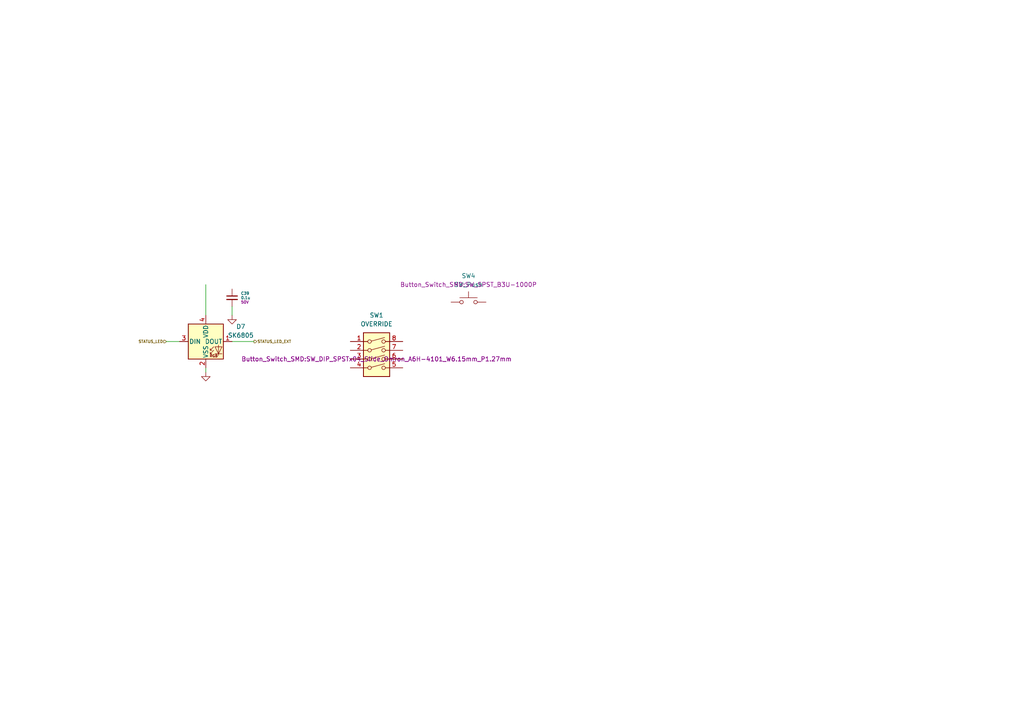
<source format=kicad_sch>
(kicad_sch (version 20211123) (generator eeschema)
  (paper "A4")
  (lib_symbols
    (symbol "Device:C_Small" (pin_numbers hide) (pin_names (offset 0.254) hide)
      (property "Reference" "C" (at 0.254 1.778 0))
      (property "Value" "C_Small" (at 0.254 -2.032 0))
      (symbol "C_Small_0_1"
        (polyline (pts (xy -1.524 -0.508) (xy 1.524 -0.508)) (stroke (width 0.3302)))
        (polyline (pts (xy -1.524 0.508) (xy 1.524 0.508)) (stroke (width 0.3048)))
      )
      (symbol "C_Small_1_1"
        (pin passive line (at 0 2.54 270) (length 2.032) (name "~") (number "1"))
        (pin passive line (at 0 -2.54 90) (length 2.032) (name "~") (number "2"))
      )
    )
    (symbol "LED:SK6805" (pin_names (offset 0.254))
      (property "Reference" "D" (at 5.08 5.715 0))
      (property "Value" "SK6805" (at 1.27 -5.715 0))
      (symbol "SK6805_0_0"
        (text "RGB" (at 2.286 -4.191 0) (effects (font (size 0.762 0.762))))
      )
      (symbol "SK6805_0_1"
        (polyline (pts (xy 1.27 -3.556) (xy 1.778 -3.556)))
        (polyline (pts (xy 1.27 -2.54) (xy 1.778 -2.54)))
        (polyline (pts (xy 4.699 -3.556) (xy 2.667 -3.556)))
        (polyline (pts (xy 2.286 -2.54) (xy 1.27 -3.556) (xy 1.27 -3.048)))
        (polyline (pts (xy 2.286 -1.524) (xy 1.27 -2.54) (xy 1.27 -2.032)))
        (polyline (pts (xy 3.683 -1.016) (xy 3.683 -3.556) (xy 3.683 -4.064)))
        (polyline (pts (xy 4.699 -1.524) (xy 2.667 -1.524) (xy 3.683 -3.556) (xy 4.699 -1.524)))
        (rectangle (start 5.08 5.08) (end -5.08 -5.08) (stroke (width 0.254)) (fill (type background)))
      )
      (symbol "SK6805_1_1"
        (pin output line (at 7.62 0 180) (length 2.54) (name "DOUT") (number "1"))
        (pin power_in line (at 0 -7.62 90) (length 2.54) (name "VSS") (number "2"))
        (pin input line (at -7.62 0 0) (length 2.54) (name "DIN") (number "3"))
        (pin power_in line (at 0 7.62 270) (length 2.54) (name "VDD") (number "4"))
      )
    )
    (symbol "Switch:SW_DIP_x04" (pin_names (offset 0) hide)
      (property "Reference" "SW" (at 0 8.89 0))
      (property "Value" "SW_DIP_x04" (at 0 -6.35 0))
      (symbol "SW_DIP_x04_0_0"
        (circle (center -2.032 -2.54) (radius 0.508))
        (circle (center -2.032 0) (radius 0.508))
        (circle (center -2.032 2.54) (radius 0.508))
        (circle (center -2.032 5.08) (radius 0.508))
        (polyline (pts (xy -1.524 -2.3876) (xy 2.3622 -1.3462)))
        (polyline (pts (xy -1.524 0.127) (xy 2.3622 1.1684)))
        (polyline (pts (xy -1.524 2.667) (xy 2.3622 3.7084)))
        (polyline (pts (xy -1.524 5.207) (xy 2.3622 6.2484)))
        (circle (center 2.032 -2.54) (radius 0.508))
        (circle (center 2.032 0) (radius 0.508))
        (circle (center 2.032 2.54) (radius 0.508))
        (circle (center 2.032 5.08) (radius 0.508))
      )
      (symbol "SW_DIP_x04_0_1"
        (rectangle (start -3.81 7.62) (end 3.81 -5.08) (stroke (width 0.254)) (fill (type background)))
      )
      (symbol "SW_DIP_x04_1_1"
        (pin passive line (at -7.62 5.08 0) (length 5.08) (name "~") (number "1"))
        (pin passive line (at -7.62 2.54 0) (length 5.08) (name "~") (number "2"))
        (pin passive line (at -7.62 0 0) (length 5.08) (name "~") (number "3"))
        (pin passive line (at -7.62 -2.54 0) (length 5.08) (name "~") (number "4"))
        (pin passive line (at 7.62 -2.54 180) (length 5.08) (name "~") (number "5"))
        (pin passive line (at 7.62 0 180) (length 5.08) (name "~") (number "6"))
        (pin passive line (at 7.62 2.54 180) (length 5.08) (name "~") (number "7"))
        (pin passive line (at 7.62 5.08 180) (length 5.08) (name "~") (number "8"))
      )
    )
    (symbol "Switch:SW_Push" (pin_numbers hide) (pin_names (offset 1.016) hide)
      (property "Reference" "SW" (at 1.27 2.54 0))
      (property "Value" "SW_Push" (at 0 -1.524 0))
      (symbol "SW_Push_0_1"
        (circle (center -2.032 0) (radius 0.508))
        (polyline (pts (xy 0 1.27) (xy 0 3.048)))
        (polyline (pts (xy 2.54 1.27) (xy -2.54 1.27)))
        (circle (center 2.032 0) (radius 0.508))
        (pin passive line (at -5.08 0 0) (length 2.54) (name "1") (number "1"))
        (pin passive line (at 5.08 0 180) (length 2.54) (name "2") (number "2"))
      )
    )
    (symbol "power:GND" (power) (pin_names (offset 0))
      (property "Value" "GND" (at 0 -3.81 0))
      (symbol "GND_0_1"
        (polyline (pts (xy 0 0) (xy 0 -1.27) (xy 1.27 -1.27) (xy 0 -2.54) (xy -1.27 -1.27) (xy 0 -1.27)))
      )
      (symbol "GND_1_1"
        (pin power_in line (at 0 0 270) (length 0) hide (name "GND") (number "1"))
      )
    )
  )
  (wire (pts (xy 67.31 99.06) (xy 73.66 99.06)))
  (wire (pts (xy 67.31 88.9) (xy 67.31 91.44)))
  (wire (pts (xy 48.26 99.06) (xy 52.07 99.06)))
  (wire (pts (xy 59.69 107.95) (xy 59.69 106.68)))
  (wire (pts (xy 59.69 82.55) (xy 59.69 91.44)))
  (hierarchical_label "STATUS_LED_EXT" (shape output) (at 73.66 99.06 0) (effects (font (size 0.8 0.8))))
  (hierarchical_label "STATUS_LED" (shape input) (at 48.26 99.06 180) (effects (font (size 0.8 0.8))))
  (symbol (lib_id "LED:SK6805") (at 59.69 99.06 0) (unit 1)
    (property "Reference" "D7" (at 69.85 94.7293 0))
    (property "Value" "SK6805" (at 69.85 97.2693 0))
    (property "Footprint" "LED_SMD:LED_SK6805_PLCC4_2.4x2.7mm_P1.3mm" (effects hide))
    (property "Datasheet" "https://cdn-shop.adafruit.com/product-files/3484/3484_Datasheet.pdf" (effects hide))
  )
  (symbol (lib_id "power:GND") (at 59.69 107.95 0) (unit 1)
    (property "Reference" "#PWR0108" (effects hide))
    (property "Value" "GND" (effects hide))
  )
  (symbol (lib_id "power:GND") (at 67.31 91.44 0) (unit 1)
    (property "Reference" "#PWR0109" (effects hide))
    (property "Value" "GND" (effects hide))
  )
  (symbol (lib_id "Switch:SW_DIP_x04") (at 109.22 104.14 0) (unit 1)
    (property "Reference" "SW1" (at 109.22 91.44 0))
    (property "Value" "OVERRIDE" (at 109.22 93.98 0))
    (property "Footprint" "Button_Switch_SMD:SW_DIP_SPSTx04_Slide_Omron_A6H-4101_W6.15mm_P1.27mm" (at 109.22 104.14 0))
  )
  (symbol (lib_id "Device:C_Small") (at 67.31 86.36 0) (unit 1)
    (property "Reference" "C39" (at 69.85 85.09 0) (effects (font (size 0.8 0.8)) (justify left)))
    (property "Value" "0.1u" (at 69.85 86.36 0) (effects (font (size 0.8 0.8)) (justify left)))
    (property "Footprint" "Capacitor_SMD:C_0402_1005Metric" (effects hide))
    (property "Voltage" "50V" (at 69.85 87.63 0) (effects (font (size 0.8 0.8)) (justify left)))
  )
  (symbol (lib_id "Switch:SW_Push") (at 135.89 87.63 0) (unit 1)
    (property "Reference" "SW4" (at 135.89 80.01 0))
    (property "Value" "SW_Push" (at 135.89 82.55 0))
    (property "Footprint" "Button_Switch_SMD:SW_SPST_B3U-1000P" (at 135.89 82.55 0))
  )
)
</source>
